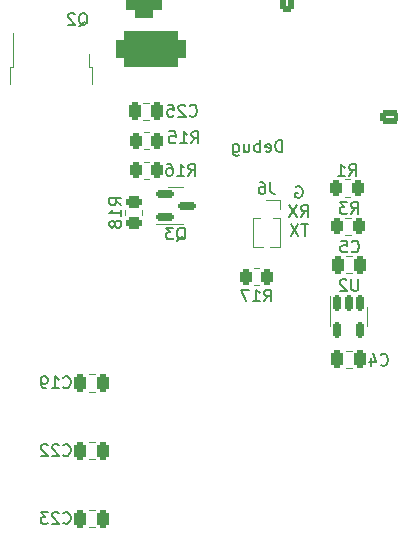
<source format=gbo>
G04 #@! TF.GenerationSoftware,KiCad,Pcbnew,6.0.9-8da3e8f707~116~ubuntu20.04.1*
G04 #@! TF.CreationDate,2022-11-17T15:48:46-05:00*
G04 #@! TF.ProjectId,dynamixel_control,64796e61-6d69-4786-956c-5f636f6e7472,rev?*
G04 #@! TF.SameCoordinates,Original*
G04 #@! TF.FileFunction,Legend,Bot*
G04 #@! TF.FilePolarity,Positive*
%FSLAX46Y46*%
G04 Gerber Fmt 4.6, Leading zero omitted, Abs format (unit mm)*
G04 Created by KiCad (PCBNEW 6.0.9-8da3e8f707~116~ubuntu20.04.1) date 2022-11-17 15:48:46*
%MOMM*%
%LPD*%
G01*
G04 APERTURE LIST*
G04 Aperture macros list*
%AMRoundRect*
0 Rectangle with rounded corners*
0 $1 Rounding radius*
0 $2 $3 $4 $5 $6 $7 $8 $9 X,Y pos of 4 corners*
0 Add a 4 corners polygon primitive as box body*
4,1,4,$2,$3,$4,$5,$6,$7,$8,$9,$2,$3,0*
0 Add four circle primitives for the rounded corners*
1,1,$1+$1,$2,$3*
1,1,$1+$1,$4,$5*
1,1,$1+$1,$6,$7*
1,1,$1+$1,$8,$9*
0 Add four rect primitives between the rounded corners*
20,1,$1+$1,$2,$3,$4,$5,0*
20,1,$1+$1,$4,$5,$6,$7,0*
20,1,$1+$1,$6,$7,$8,$9,0*
20,1,$1+$1,$8,$9,$2,$3,0*%
G04 Aperture macros list end*
%ADD10C,0.150000*%
%ADD11C,0.120000*%
%ADD12C,3.200000*%
%ADD13RoundRect,0.250000X0.625000X-0.350000X0.625000X0.350000X-0.625000X0.350000X-0.625000X-0.350000X0*%
%ADD14O,1.750000X1.200000*%
%ADD15RoundRect,0.250000X0.350000X0.625000X-0.350000X0.625000X-0.350000X-0.625000X0.350000X-0.625000X0*%
%ADD16O,1.200000X1.750000*%
%ADD17RoundRect,0.750000X0.750000X2.250000X-0.750000X2.250000X-0.750000X-2.250000X0.750000X-2.250000X0*%
%ADD18RoundRect,0.750000X-2.250000X0.750000X-2.250000X-0.750000X2.250000X-0.750000X2.250000X0.750000X0*%
%ADD19O,1.651000X1.270000*%
%ADD20R,1.750000X1.750000*%
%ADD21C,1.750000*%
%ADD22R,1.200000X2.200000*%
%ADD23R,5.800000X6.400000*%
%ADD24RoundRect,0.250000X-0.262500X-0.450000X0.262500X-0.450000X0.262500X0.450000X-0.262500X0.450000X0*%
%ADD25RoundRect,0.250000X-0.250000X-0.475000X0.250000X-0.475000X0.250000X0.475000X-0.250000X0.475000X0*%
%ADD26RoundRect,0.250000X0.262500X0.450000X-0.262500X0.450000X-0.262500X-0.450000X0.262500X-0.450000X0*%
%ADD27R,1.000000X1.000000*%
%ADD28O,1.000000X1.000000*%
%ADD29RoundRect,0.150000X-0.587500X-0.150000X0.587500X-0.150000X0.587500X0.150000X-0.587500X0.150000X0*%
%ADD30RoundRect,0.150000X-0.150000X0.512500X-0.150000X-0.512500X0.150000X-0.512500X0.150000X0.512500X0*%
%ADD31RoundRect,0.250000X0.450000X-0.262500X0.450000X0.262500X-0.450000X0.262500X-0.450000X-0.262500X0*%
G04 APERTURE END LIST*
D10*
X44738095Y-42390000D02*
X44833333Y-42342380D01*
X44976190Y-42342380D01*
X45119047Y-42390000D01*
X45214285Y-42485238D01*
X45261904Y-42580476D01*
X45309523Y-42770952D01*
X45309523Y-42913809D01*
X45261904Y-43104285D01*
X45214285Y-43199523D01*
X45119047Y-43294761D01*
X44976190Y-43342380D01*
X44880952Y-43342380D01*
X44738095Y-43294761D01*
X44690476Y-43247142D01*
X44690476Y-42913809D01*
X44880952Y-42913809D01*
X45166666Y-44952380D02*
X45500000Y-44476190D01*
X45738095Y-44952380D02*
X45738095Y-43952380D01*
X45357142Y-43952380D01*
X45261904Y-44000000D01*
X45214285Y-44047619D01*
X45166666Y-44142857D01*
X45166666Y-44285714D01*
X45214285Y-44380952D01*
X45261904Y-44428571D01*
X45357142Y-44476190D01*
X45738095Y-44476190D01*
X44833333Y-43952380D02*
X44166666Y-44952380D01*
X44166666Y-43952380D02*
X44833333Y-44952380D01*
X45761904Y-45562380D02*
X45190476Y-45562380D01*
X45476190Y-46562380D02*
X45476190Y-45562380D01*
X44952380Y-45562380D02*
X44285714Y-46562380D01*
X44285714Y-45562380D02*
X44952380Y-46562380D01*
X43547619Y-39452380D02*
X43547619Y-38452380D01*
X43309523Y-38452380D01*
X43166666Y-38500000D01*
X43071428Y-38595238D01*
X43023809Y-38690476D01*
X42976190Y-38880952D01*
X42976190Y-39023809D01*
X43023809Y-39214285D01*
X43071428Y-39309523D01*
X43166666Y-39404761D01*
X43309523Y-39452380D01*
X43547619Y-39452380D01*
X42166666Y-39404761D02*
X42261904Y-39452380D01*
X42452380Y-39452380D01*
X42547619Y-39404761D01*
X42595238Y-39309523D01*
X42595238Y-38928571D01*
X42547619Y-38833333D01*
X42452380Y-38785714D01*
X42261904Y-38785714D01*
X42166666Y-38833333D01*
X42119047Y-38928571D01*
X42119047Y-39023809D01*
X42595238Y-39119047D01*
X41690476Y-39452380D02*
X41690476Y-38452380D01*
X41690476Y-38833333D02*
X41595238Y-38785714D01*
X41404761Y-38785714D01*
X41309523Y-38833333D01*
X41261904Y-38880952D01*
X41214285Y-38976190D01*
X41214285Y-39261904D01*
X41261904Y-39357142D01*
X41309523Y-39404761D01*
X41404761Y-39452380D01*
X41595238Y-39452380D01*
X41690476Y-39404761D01*
X40357142Y-38785714D02*
X40357142Y-39452380D01*
X40785714Y-38785714D02*
X40785714Y-39309523D01*
X40738095Y-39404761D01*
X40642857Y-39452380D01*
X40500000Y-39452380D01*
X40404761Y-39404761D01*
X40357142Y-39357142D01*
X39452380Y-38785714D02*
X39452380Y-39595238D01*
X39500000Y-39690476D01*
X39547619Y-39738095D01*
X39642857Y-39785714D01*
X39785714Y-39785714D01*
X39880952Y-39738095D01*
X39452380Y-39404761D02*
X39547619Y-39452380D01*
X39738095Y-39452380D01*
X39833333Y-39404761D01*
X39880952Y-39357142D01*
X39928571Y-39261904D01*
X39928571Y-38976190D01*
X39880952Y-38880952D01*
X39833333Y-38833333D01*
X39738095Y-38785714D01*
X39547619Y-38785714D01*
X39452380Y-38833333D01*
X26345238Y-28797619D02*
X26440476Y-28750000D01*
X26535714Y-28654761D01*
X26678571Y-28511904D01*
X26773809Y-28464285D01*
X26869047Y-28464285D01*
X26821428Y-28702380D02*
X26916666Y-28654761D01*
X27011904Y-28559523D01*
X27059523Y-28369047D01*
X27059523Y-28035714D01*
X27011904Y-27845238D01*
X26916666Y-27750000D01*
X26821428Y-27702380D01*
X26630952Y-27702380D01*
X26535714Y-27750000D01*
X26440476Y-27845238D01*
X26392857Y-28035714D01*
X26392857Y-28369047D01*
X26440476Y-28559523D01*
X26535714Y-28654761D01*
X26630952Y-28702380D01*
X26821428Y-28702380D01*
X26011904Y-27797619D02*
X25964285Y-27750000D01*
X25869047Y-27702380D01*
X25630952Y-27702380D01*
X25535714Y-27750000D01*
X25488095Y-27797619D01*
X25440476Y-27892857D01*
X25440476Y-27988095D01*
X25488095Y-28130952D01*
X26059523Y-28702380D01*
X25440476Y-28702380D01*
X49254166Y-41492380D02*
X49587500Y-41016190D01*
X49825595Y-41492380D02*
X49825595Y-40492380D01*
X49444642Y-40492380D01*
X49349404Y-40540000D01*
X49301785Y-40587619D01*
X49254166Y-40682857D01*
X49254166Y-40825714D01*
X49301785Y-40920952D01*
X49349404Y-40968571D01*
X49444642Y-41016190D01*
X49825595Y-41016190D01*
X48301785Y-41492380D02*
X48873214Y-41492380D01*
X48587500Y-41492380D02*
X48587500Y-40492380D01*
X48682738Y-40635238D01*
X48777976Y-40730476D01*
X48873214Y-40778095D01*
X51916666Y-57444642D02*
X51964285Y-57492261D01*
X52107142Y-57539880D01*
X52202380Y-57539880D01*
X52345238Y-57492261D01*
X52440476Y-57397023D01*
X52488095Y-57301785D01*
X52535714Y-57111309D01*
X52535714Y-56968452D01*
X52488095Y-56777976D01*
X52440476Y-56682738D01*
X52345238Y-56587500D01*
X52202380Y-56539880D01*
X52107142Y-56539880D01*
X51964285Y-56587500D01*
X51916666Y-56635119D01*
X51059523Y-56873214D02*
X51059523Y-57539880D01*
X51297619Y-56492261D02*
X51535714Y-57206547D01*
X50916666Y-57206547D01*
X35742857Y-36357142D02*
X35790476Y-36404761D01*
X35933333Y-36452380D01*
X36028571Y-36452380D01*
X36171428Y-36404761D01*
X36266666Y-36309523D01*
X36314285Y-36214285D01*
X36361904Y-36023809D01*
X36361904Y-35880952D01*
X36314285Y-35690476D01*
X36266666Y-35595238D01*
X36171428Y-35500000D01*
X36028571Y-35452380D01*
X35933333Y-35452380D01*
X35790476Y-35500000D01*
X35742857Y-35547619D01*
X35361904Y-35547619D02*
X35314285Y-35500000D01*
X35219047Y-35452380D01*
X34980952Y-35452380D01*
X34885714Y-35500000D01*
X34838095Y-35547619D01*
X34790476Y-35642857D01*
X34790476Y-35738095D01*
X34838095Y-35880952D01*
X35409523Y-36452380D01*
X34790476Y-36452380D01*
X33885714Y-35452380D02*
X34361904Y-35452380D01*
X34409523Y-35928571D01*
X34361904Y-35880952D01*
X34266666Y-35833333D01*
X34028571Y-35833333D01*
X33933333Y-35880952D01*
X33885714Y-35928571D01*
X33838095Y-36023809D01*
X33838095Y-36261904D01*
X33885714Y-36357142D01*
X33933333Y-36404761D01*
X34028571Y-36452380D01*
X34266666Y-36452380D01*
X34361904Y-36404761D01*
X34409523Y-36357142D01*
X49416666Y-44702380D02*
X49750000Y-44226190D01*
X49988095Y-44702380D02*
X49988095Y-43702380D01*
X49607142Y-43702380D01*
X49511904Y-43750000D01*
X49464285Y-43797619D01*
X49416666Y-43892857D01*
X49416666Y-44035714D01*
X49464285Y-44130952D01*
X49511904Y-44178571D01*
X49607142Y-44226190D01*
X49988095Y-44226190D01*
X49083333Y-43702380D02*
X48464285Y-43702380D01*
X48797619Y-44083333D01*
X48654761Y-44083333D01*
X48559523Y-44130952D01*
X48511904Y-44178571D01*
X48464285Y-44273809D01*
X48464285Y-44511904D01*
X48511904Y-44607142D01*
X48559523Y-44654761D01*
X48654761Y-44702380D01*
X48940476Y-44702380D01*
X49035714Y-44654761D01*
X49083333Y-44607142D01*
X42583333Y-42007380D02*
X42583333Y-42721666D01*
X42630952Y-42864523D01*
X42726190Y-42959761D01*
X42869047Y-43007380D01*
X42964285Y-43007380D01*
X41678571Y-42007380D02*
X41869047Y-42007380D01*
X41964285Y-42055000D01*
X42011904Y-42102619D01*
X42107142Y-42245476D01*
X42154761Y-42435952D01*
X42154761Y-42816904D01*
X42107142Y-42912142D01*
X42059523Y-42959761D01*
X41964285Y-43007380D01*
X41773809Y-43007380D01*
X41678571Y-42959761D01*
X41630952Y-42912142D01*
X41583333Y-42816904D01*
X41583333Y-42578809D01*
X41630952Y-42483571D01*
X41678571Y-42435952D01*
X41773809Y-42388333D01*
X41964285Y-42388333D01*
X42059523Y-42435952D01*
X42107142Y-42483571D01*
X42154761Y-42578809D01*
X35892857Y-38702380D02*
X36226190Y-38226190D01*
X36464285Y-38702380D02*
X36464285Y-37702380D01*
X36083333Y-37702380D01*
X35988095Y-37750000D01*
X35940476Y-37797619D01*
X35892857Y-37892857D01*
X35892857Y-38035714D01*
X35940476Y-38130952D01*
X35988095Y-38178571D01*
X36083333Y-38226190D01*
X36464285Y-38226190D01*
X34940476Y-38702380D02*
X35511904Y-38702380D01*
X35226190Y-38702380D02*
X35226190Y-37702380D01*
X35321428Y-37845238D01*
X35416666Y-37940476D01*
X35511904Y-37988095D01*
X34035714Y-37702380D02*
X34511904Y-37702380D01*
X34559523Y-38178571D01*
X34511904Y-38130952D01*
X34416666Y-38083333D01*
X34178571Y-38083333D01*
X34083333Y-38130952D01*
X34035714Y-38178571D01*
X33988095Y-38273809D01*
X33988095Y-38511904D01*
X34035714Y-38607142D01*
X34083333Y-38654761D01*
X34178571Y-38702380D01*
X34416666Y-38702380D01*
X34511904Y-38654761D01*
X34559523Y-38607142D01*
X42055357Y-52102380D02*
X42388690Y-51626190D01*
X42626785Y-52102380D02*
X42626785Y-51102380D01*
X42245833Y-51102380D01*
X42150595Y-51150000D01*
X42102976Y-51197619D01*
X42055357Y-51292857D01*
X42055357Y-51435714D01*
X42102976Y-51530952D01*
X42150595Y-51578571D01*
X42245833Y-51626190D01*
X42626785Y-51626190D01*
X41102976Y-52102380D02*
X41674404Y-52102380D01*
X41388690Y-52102380D02*
X41388690Y-51102380D01*
X41483928Y-51245238D01*
X41579166Y-51340476D01*
X41674404Y-51388095D01*
X40769642Y-51102380D02*
X40102976Y-51102380D01*
X40531547Y-52102380D01*
X34657738Y-46947619D02*
X34752976Y-46900000D01*
X34848214Y-46804761D01*
X34991071Y-46661904D01*
X35086309Y-46614285D01*
X35181547Y-46614285D01*
X35133928Y-46852380D02*
X35229166Y-46804761D01*
X35324404Y-46709523D01*
X35372023Y-46519047D01*
X35372023Y-46185714D01*
X35324404Y-45995238D01*
X35229166Y-45900000D01*
X35133928Y-45852380D01*
X34943452Y-45852380D01*
X34848214Y-45900000D01*
X34752976Y-45995238D01*
X34705357Y-46185714D01*
X34705357Y-46519047D01*
X34752976Y-46709523D01*
X34848214Y-46804761D01*
X34943452Y-46852380D01*
X35133928Y-46852380D01*
X34372023Y-45852380D02*
X33752976Y-45852380D01*
X34086309Y-46233333D01*
X33943452Y-46233333D01*
X33848214Y-46280952D01*
X33800595Y-46328571D01*
X33752976Y-46423809D01*
X33752976Y-46661904D01*
X33800595Y-46757142D01*
X33848214Y-46804761D01*
X33943452Y-46852380D01*
X34229166Y-46852380D01*
X34324404Y-46804761D01*
X34372023Y-46757142D01*
X25042857Y-70857142D02*
X25090476Y-70904761D01*
X25233333Y-70952380D01*
X25328571Y-70952380D01*
X25471428Y-70904761D01*
X25566666Y-70809523D01*
X25614285Y-70714285D01*
X25661904Y-70523809D01*
X25661904Y-70380952D01*
X25614285Y-70190476D01*
X25566666Y-70095238D01*
X25471428Y-70000000D01*
X25328571Y-69952380D01*
X25233333Y-69952380D01*
X25090476Y-70000000D01*
X25042857Y-70047619D01*
X24661904Y-70047619D02*
X24614285Y-70000000D01*
X24519047Y-69952380D01*
X24280952Y-69952380D01*
X24185714Y-70000000D01*
X24138095Y-70047619D01*
X24090476Y-70142857D01*
X24090476Y-70238095D01*
X24138095Y-70380952D01*
X24709523Y-70952380D01*
X24090476Y-70952380D01*
X23757142Y-69952380D02*
X23138095Y-69952380D01*
X23471428Y-70333333D01*
X23328571Y-70333333D01*
X23233333Y-70380952D01*
X23185714Y-70428571D01*
X23138095Y-70523809D01*
X23138095Y-70761904D01*
X23185714Y-70857142D01*
X23233333Y-70904761D01*
X23328571Y-70952380D01*
X23614285Y-70952380D01*
X23709523Y-70904761D01*
X23757142Y-70857142D01*
X49466666Y-47857142D02*
X49514285Y-47904761D01*
X49657142Y-47952380D01*
X49752380Y-47952380D01*
X49895238Y-47904761D01*
X49990476Y-47809523D01*
X50038095Y-47714285D01*
X50085714Y-47523809D01*
X50085714Y-47380952D01*
X50038095Y-47190476D01*
X49990476Y-47095238D01*
X49895238Y-47000000D01*
X49752380Y-46952380D01*
X49657142Y-46952380D01*
X49514285Y-47000000D01*
X49466666Y-47047619D01*
X48561904Y-46952380D02*
X49038095Y-46952380D01*
X49085714Y-47428571D01*
X49038095Y-47380952D01*
X48942857Y-47333333D01*
X48704761Y-47333333D01*
X48609523Y-47380952D01*
X48561904Y-47428571D01*
X48514285Y-47523809D01*
X48514285Y-47761904D01*
X48561904Y-47857142D01*
X48609523Y-47904761D01*
X48704761Y-47952380D01*
X48942857Y-47952380D01*
X49038095Y-47904761D01*
X49085714Y-47857142D01*
X35642857Y-41452380D02*
X35976190Y-40976190D01*
X36214285Y-41452380D02*
X36214285Y-40452380D01*
X35833333Y-40452380D01*
X35738095Y-40500000D01*
X35690476Y-40547619D01*
X35642857Y-40642857D01*
X35642857Y-40785714D01*
X35690476Y-40880952D01*
X35738095Y-40928571D01*
X35833333Y-40976190D01*
X36214285Y-40976190D01*
X34690476Y-41452380D02*
X35261904Y-41452380D01*
X34976190Y-41452380D02*
X34976190Y-40452380D01*
X35071428Y-40595238D01*
X35166666Y-40690476D01*
X35261904Y-40738095D01*
X33833333Y-40452380D02*
X34023809Y-40452380D01*
X34119047Y-40500000D01*
X34166666Y-40547619D01*
X34261904Y-40690476D01*
X34309523Y-40880952D01*
X34309523Y-41261904D01*
X34261904Y-41357142D01*
X34214285Y-41404761D01*
X34119047Y-41452380D01*
X33928571Y-41452380D01*
X33833333Y-41404761D01*
X33785714Y-41357142D01*
X33738095Y-41261904D01*
X33738095Y-41023809D01*
X33785714Y-40928571D01*
X33833333Y-40880952D01*
X33928571Y-40833333D01*
X34119047Y-40833333D01*
X34214285Y-40880952D01*
X34261904Y-40928571D01*
X34309523Y-41023809D01*
X25042857Y-59357142D02*
X25090476Y-59404761D01*
X25233333Y-59452380D01*
X25328571Y-59452380D01*
X25471428Y-59404761D01*
X25566666Y-59309523D01*
X25614285Y-59214285D01*
X25661904Y-59023809D01*
X25661904Y-58880952D01*
X25614285Y-58690476D01*
X25566666Y-58595238D01*
X25471428Y-58500000D01*
X25328571Y-58452380D01*
X25233333Y-58452380D01*
X25090476Y-58500000D01*
X25042857Y-58547619D01*
X24090476Y-59452380D02*
X24661904Y-59452380D01*
X24376190Y-59452380D02*
X24376190Y-58452380D01*
X24471428Y-58595238D01*
X24566666Y-58690476D01*
X24661904Y-58738095D01*
X23614285Y-59452380D02*
X23423809Y-59452380D01*
X23328571Y-59404761D01*
X23280952Y-59357142D01*
X23185714Y-59214285D01*
X23138095Y-59023809D01*
X23138095Y-58642857D01*
X23185714Y-58547619D01*
X23233333Y-58500000D01*
X23328571Y-58452380D01*
X23519047Y-58452380D01*
X23614285Y-58500000D01*
X23661904Y-58547619D01*
X23709523Y-58642857D01*
X23709523Y-58880952D01*
X23661904Y-58976190D01*
X23614285Y-59023809D01*
X23519047Y-59071428D01*
X23328571Y-59071428D01*
X23233333Y-59023809D01*
X23185714Y-58976190D01*
X23138095Y-58880952D01*
X50011904Y-50202380D02*
X50011904Y-51011904D01*
X49964285Y-51107142D01*
X49916666Y-51154761D01*
X49821428Y-51202380D01*
X49630952Y-51202380D01*
X49535714Y-51154761D01*
X49488095Y-51107142D01*
X49440476Y-51011904D01*
X49440476Y-50202380D01*
X49011904Y-50297619D02*
X48964285Y-50250000D01*
X48869047Y-50202380D01*
X48630952Y-50202380D01*
X48535714Y-50250000D01*
X48488095Y-50297619D01*
X48440476Y-50392857D01*
X48440476Y-50488095D01*
X48488095Y-50630952D01*
X49059523Y-51202380D01*
X48440476Y-51202380D01*
X29952380Y-43944642D02*
X29476190Y-43611309D01*
X29952380Y-43373214D02*
X28952380Y-43373214D01*
X28952380Y-43754166D01*
X29000000Y-43849404D01*
X29047619Y-43897023D01*
X29142857Y-43944642D01*
X29285714Y-43944642D01*
X29380952Y-43897023D01*
X29428571Y-43849404D01*
X29476190Y-43754166D01*
X29476190Y-43373214D01*
X29952380Y-44897023D02*
X29952380Y-44325595D01*
X29952380Y-44611309D02*
X28952380Y-44611309D01*
X29095238Y-44516071D01*
X29190476Y-44420833D01*
X29238095Y-44325595D01*
X29380952Y-45468452D02*
X29333333Y-45373214D01*
X29285714Y-45325595D01*
X29190476Y-45277976D01*
X29142857Y-45277976D01*
X29047619Y-45325595D01*
X29000000Y-45373214D01*
X28952380Y-45468452D01*
X28952380Y-45658928D01*
X29000000Y-45754166D01*
X29047619Y-45801785D01*
X29142857Y-45849404D01*
X29190476Y-45849404D01*
X29285714Y-45801785D01*
X29333333Y-45754166D01*
X29380952Y-45658928D01*
X29380952Y-45468452D01*
X29428571Y-45373214D01*
X29476190Y-45325595D01*
X29571428Y-45277976D01*
X29761904Y-45277976D01*
X29857142Y-45325595D01*
X29904761Y-45373214D01*
X29952380Y-45468452D01*
X29952380Y-45658928D01*
X29904761Y-45754166D01*
X29857142Y-45801785D01*
X29761904Y-45849404D01*
X29571428Y-45849404D01*
X29476190Y-45801785D01*
X29428571Y-45754166D01*
X29380952Y-45658928D01*
X25042857Y-65107142D02*
X25090476Y-65154761D01*
X25233333Y-65202380D01*
X25328571Y-65202380D01*
X25471428Y-65154761D01*
X25566666Y-65059523D01*
X25614285Y-64964285D01*
X25661904Y-64773809D01*
X25661904Y-64630952D01*
X25614285Y-64440476D01*
X25566666Y-64345238D01*
X25471428Y-64250000D01*
X25328571Y-64202380D01*
X25233333Y-64202380D01*
X25090476Y-64250000D01*
X25042857Y-64297619D01*
X24661904Y-64297619D02*
X24614285Y-64250000D01*
X24519047Y-64202380D01*
X24280952Y-64202380D01*
X24185714Y-64250000D01*
X24138095Y-64297619D01*
X24090476Y-64392857D01*
X24090476Y-64488095D01*
X24138095Y-64630952D01*
X24709523Y-65202380D01*
X24090476Y-65202380D01*
X23709523Y-64297619D02*
X23661904Y-64250000D01*
X23566666Y-64202380D01*
X23328571Y-64202380D01*
X23233333Y-64250000D01*
X23185714Y-64297619D01*
X23138095Y-64392857D01*
X23138095Y-64488095D01*
X23185714Y-64630952D01*
X23757142Y-65202380D01*
X23138095Y-65202380D01*
D11*
X20550000Y-33730000D02*
X20550000Y-32230000D01*
X27450000Y-33730000D02*
X27450000Y-32230000D01*
X20820000Y-32230000D02*
X20820000Y-29400000D01*
X27180000Y-32230000D02*
X27180000Y-31130000D01*
X27450000Y-32230000D02*
X27180000Y-32230000D01*
X20550000Y-32230000D02*
X20820000Y-32230000D01*
X48860436Y-41765000D02*
X49314564Y-41765000D01*
X48860436Y-43235000D02*
X49314564Y-43235000D01*
X48938748Y-56265000D02*
X49461252Y-56265000D01*
X48938748Y-57735000D02*
X49461252Y-57735000D01*
X31788748Y-36735000D02*
X32311252Y-36735000D01*
X31788748Y-35265000D02*
X32311252Y-35265000D01*
X49389564Y-45015000D02*
X48935436Y-45015000D01*
X49389564Y-46485000D02*
X48935436Y-46485000D01*
X43360000Y-45010000D02*
X43360000Y-47485000D01*
X41686529Y-45010000D02*
X41140000Y-45010000D01*
X41140000Y-45010000D02*
X41140000Y-47485000D01*
X43360000Y-44250000D02*
X43360000Y-43490000D01*
X43360000Y-43490000D02*
X42250000Y-43490000D01*
X43360000Y-45010000D02*
X42813471Y-45010000D01*
X41942470Y-47485000D02*
X41140000Y-47485000D01*
X43360000Y-47485000D02*
X42557530Y-47485000D01*
X31860436Y-37765000D02*
X32314564Y-37765000D01*
X31860436Y-39235000D02*
X32314564Y-39235000D01*
X41185436Y-50735000D02*
X41639564Y-50735000D01*
X41185436Y-49265000D02*
X41639564Y-49265000D01*
X34562500Y-42440000D02*
X33912500Y-42440000D01*
X34562500Y-45560000D02*
X35212500Y-45560000D01*
X34562500Y-45560000D02*
X32887500Y-45560000D01*
X34562500Y-42440000D02*
X35212500Y-42440000D01*
X27188748Y-71235000D02*
X27711252Y-71235000D01*
X27188748Y-69765000D02*
X27711252Y-69765000D01*
X48988748Y-48265000D02*
X49511252Y-48265000D01*
X48988748Y-49735000D02*
X49511252Y-49735000D01*
X31860436Y-40265000D02*
X32314564Y-40265000D01*
X31860436Y-41735000D02*
X32314564Y-41735000D01*
X27188748Y-58265000D02*
X27711252Y-58265000D01*
X27188748Y-59735000D02*
X27711252Y-59735000D01*
X47640000Y-53412500D02*
X47640000Y-54212500D01*
X50760000Y-53412500D02*
X50760000Y-54212500D01*
X47640000Y-53412500D02*
X47640000Y-51612500D01*
X50760000Y-53412500D02*
X50760000Y-52612500D01*
X30265000Y-44814564D02*
X30265000Y-44360436D01*
X31735000Y-44814564D02*
X31735000Y-44360436D01*
X27188748Y-65485000D02*
X27711252Y-65485000D01*
X27188748Y-64015000D02*
X27711252Y-64015000D01*
%LPC*%
D12*
X24500000Y-24000000D03*
X51500000Y-24000000D03*
D13*
X52700000Y-36500000D03*
D14*
X52700000Y-34500000D03*
D15*
X44000000Y-26750000D03*
D16*
X42000000Y-26750000D03*
X40000000Y-26750000D03*
D17*
X31900000Y-25150000D03*
D18*
X32500000Y-30750000D03*
D19*
X37880000Y-43040000D03*
X37880000Y-45580000D03*
X37880000Y-48120000D03*
X37880000Y-50660000D03*
X53120000Y-45580000D03*
X37880000Y-53200000D03*
X37880000Y-55740000D03*
X37880000Y-58280000D03*
X37880000Y-60820000D03*
X37880000Y-63360000D03*
X37880000Y-65900000D03*
X37880000Y-68440000D03*
X37880000Y-70980000D03*
X37880000Y-73520000D03*
X53120000Y-73520000D03*
X53120000Y-70980000D03*
X53120000Y-68440000D03*
X53120000Y-65900000D03*
X53120000Y-63360000D03*
X53120000Y-60820000D03*
X53120000Y-58280000D03*
X53120000Y-55740000D03*
X53120000Y-53200000D03*
X53120000Y-50660000D03*
X53120000Y-48120000D03*
X37880000Y-40500000D03*
X53120000Y-43040000D03*
X53120000Y-40500000D03*
D20*
X28250000Y-73000000D03*
D21*
X25750000Y-73000000D03*
X23250000Y-73000000D03*
X22250000Y-41460000D03*
X22250000Y-44000000D03*
X22250000Y-46540000D03*
D20*
X28250000Y-61500000D03*
D21*
X25750000Y-61500000D03*
X23250000Y-61500000D03*
D20*
X28250000Y-67250000D03*
D21*
X25750000Y-67250000D03*
X23250000Y-67250000D03*
D22*
X21720000Y-30500000D03*
D23*
X24000000Y-36800000D03*
D22*
X26280000Y-30500000D03*
D24*
X48175000Y-42500000D03*
X50000000Y-42500000D03*
D25*
X48250000Y-57000000D03*
X50150000Y-57000000D03*
X31100000Y-36000000D03*
X33000000Y-36000000D03*
D26*
X50075000Y-45750000D03*
X48250000Y-45750000D03*
D27*
X42250000Y-44250000D03*
D28*
X42250000Y-45520000D03*
X42250000Y-46790000D03*
D24*
X31175000Y-38500000D03*
X33000000Y-38500000D03*
X40500000Y-50000000D03*
X42325000Y-50000000D03*
D29*
X33625000Y-44950000D03*
X33625000Y-43050000D03*
X35500000Y-44000000D03*
D25*
X26500000Y-70500000D03*
X28400000Y-70500000D03*
X48300000Y-49000000D03*
X50200000Y-49000000D03*
D24*
X31175000Y-41000000D03*
X33000000Y-41000000D03*
D25*
X26500000Y-59000000D03*
X28400000Y-59000000D03*
D30*
X48250000Y-52275000D03*
X49200000Y-52275000D03*
X50150000Y-52275000D03*
X50150000Y-54550000D03*
X48250000Y-54550000D03*
D31*
X31000000Y-45500000D03*
X31000000Y-43675000D03*
D25*
X26500000Y-64750000D03*
X28400000Y-64750000D03*
M02*

</source>
